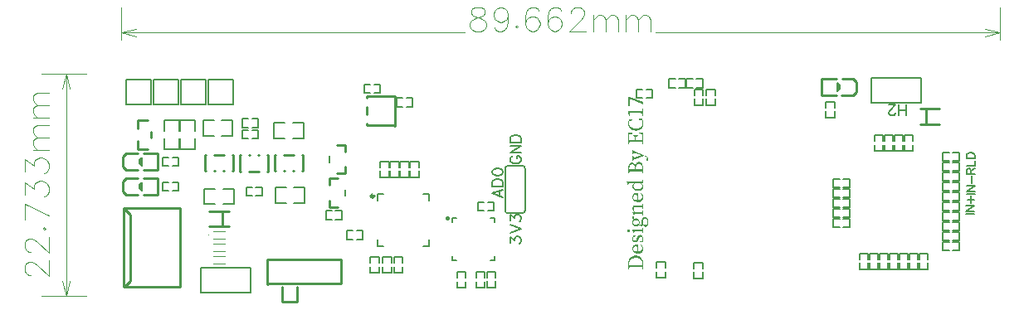
<source format=gto>
G04 Layer: TopSilkscreenLayer*
G04 EasyEDA v6.5.5, 2022-06-25 23:47:44*
G04 621e16e28f884fd4bf2062cce9099d3c,e579ade59e434e5c9d4a708449f7d829,10*
G04 Gerber Generator version 0.2*
G04 Scale: 100 percent, Rotated: No, Reflected: No *
G04 Dimensions in inches *
G04 leading zeros omitted , absolute positions ,3 integer and 6 decimal *
%FSLAX36Y36*%
%MOIN*%

%ADD10C,0.0100*%
%ADD46C,0.0060*%
%ADD47C,0.0080*%
%ADD48C,0.0080*%
%ADD49C,0.0079*%
%ADD50C,0.0059*%
%ADD51C,0.0039*%
%ADD52C,0.0063*%
%ADD53C,0.0118*%
%ADD54C,0.0040*%

%LPD*%
G36*
X284400Y352800D02*
G01*
X284400Y317200D01*
X291200Y317200D01*
X291200Y347900D01*
X342200Y324600D01*
X343000Y325400D01*
X343000Y332100D01*
X288700Y352800D01*
G37*
G36*
X340300Y307800D02*
G01*
X338500Y295400D01*
X324500Y295300D01*
X297000Y295300D01*
X284400Y295600D01*
X283500Y294400D01*
X288200Y276400D01*
X291200Y276400D01*
X290100Y288100D01*
X328020Y288080D01*
X338500Y287900D01*
X340300Y275400D01*
X343000Y275400D01*
X343000Y307800D01*
G37*
G36*
X327200Y265200D02*
G01*
X327200Y260400D01*
X338300Y258200D01*
X339300Y255700D01*
X339940Y253160D01*
X340300Y250660D01*
X340400Y248200D01*
X340300Y245900D01*
X339980Y243660D01*
X339440Y241560D01*
X338680Y239540D01*
X337720Y237659D01*
X336560Y235900D01*
X335180Y234280D01*
X333600Y232780D01*
X331800Y231439D01*
X329820Y230260D01*
X327620Y229240D01*
X325220Y228380D01*
X322600Y227700D01*
X319800Y227200D01*
X316800Y226900D01*
X313600Y226800D01*
X310440Y226920D01*
X307460Y227240D01*
X304660Y227780D01*
X302080Y228500D01*
X299680Y229400D01*
X297480Y230479D01*
X295480Y231720D01*
X293680Y233120D01*
X292080Y234660D01*
X290700Y236320D01*
X289520Y238120D01*
X288540Y240020D01*
X287780Y242020D01*
X287240Y244100D01*
X286900Y246260D01*
X286800Y248500D01*
X286940Y250700D01*
X287340Y252920D01*
X288020Y255159D01*
X289000Y257399D01*
X300200Y259600D01*
X300200Y264400D01*
X287300Y264200D01*
X286160Y262060D01*
X285240Y259920D01*
X284480Y257760D01*
X283920Y255640D01*
X283500Y253520D01*
X283200Y251460D01*
X283040Y249460D01*
X283000Y247500D01*
X283100Y244980D01*
X283380Y242520D01*
X283840Y240140D01*
X284460Y237860D01*
X285260Y235660D01*
X286220Y233560D01*
X287340Y231560D01*
X288620Y229660D01*
X290040Y227900D01*
X291580Y226240D01*
X293280Y224720D01*
X295100Y223340D01*
X297040Y222100D01*
X299100Y221000D01*
X301260Y220040D01*
X303540Y219259D01*
X305920Y218640D01*
X308400Y218180D01*
X310960Y217900D01*
X313600Y217800D01*
X316300Y217900D01*
X318900Y218160D01*
X321420Y218600D01*
X323820Y219200D01*
X326120Y219960D01*
X328300Y220880D01*
X330360Y221940D01*
X332320Y223160D01*
X334120Y224520D01*
X335820Y226020D01*
X337360Y227640D01*
X338760Y229400D01*
X340020Y231280D01*
X341120Y233280D01*
X342080Y235400D01*
X342860Y237620D01*
X343480Y239940D01*
X343940Y242380D01*
X344200Y244899D01*
X344300Y247500D01*
X344240Y249840D01*
X344060Y252140D01*
X343740Y254380D01*
X343280Y256600D01*
X342680Y258760D01*
X341940Y260880D01*
X341040Y262960D01*
X340000Y265000D01*
G37*
G36*
X327400Y210200D02*
G01*
X327400Y205900D01*
X339200Y203600D01*
X339200Y181100D01*
X314900Y181000D01*
X314900Y194200D01*
X323400Y195400D01*
X323400Y199000D01*
X302800Y199000D01*
X302800Y195400D01*
X311400Y194200D01*
X311400Y181000D01*
X288200Y181100D01*
X288200Y201900D01*
X299800Y204200D01*
X299800Y208600D01*
X284400Y208100D01*
X284400Y164600D01*
X287400Y164600D01*
X288300Y172800D01*
X296980Y172960D01*
X324640Y173000D01*
X339099Y172800D01*
X340000Y164600D01*
X343000Y164600D01*
X343000Y209800D01*
G37*
G36*
X301500Y140300D02*
G01*
X301500Y123400D01*
X304200Y123400D01*
X305100Y131300D01*
X336200Y120200D01*
X305000Y108699D01*
X304200Y116300D01*
X301500Y116300D01*
X301500Y95500D01*
X304200Y95500D01*
X304800Y100500D01*
X345600Y116800D01*
X348459Y115620D01*
X352160Y113859D01*
X353880Y112860D01*
X355500Y111780D01*
X357000Y110600D01*
X358360Y109300D01*
X359600Y107899D01*
X358900Y107300D01*
X357520Y105680D01*
X356520Y104179D01*
X355900Y102640D01*
X355700Y100900D01*
X355920Y99000D01*
X356560Y97320D01*
X357680Y96020D01*
X359300Y95300D01*
X361560Y95940D01*
X363280Y97660D01*
X364400Y100160D01*
X364799Y103100D01*
X364680Y104680D01*
X364300Y106240D01*
X363640Y107760D01*
X362720Y109240D01*
X361500Y110719D01*
X359980Y112160D01*
X358140Y113600D01*
X355980Y115040D01*
X353500Y116460D01*
X350660Y117860D01*
X347460Y119280D01*
X343900Y120700D01*
X305000Y135400D01*
X304200Y140300D01*
G37*
G36*
X327000Y92400D02*
G01*
X325240Y92300D01*
X323519Y91980D01*
X321900Y91440D01*
X320379Y90660D01*
X318940Y89660D01*
X317600Y88420D01*
X316380Y86920D01*
X315300Y85180D01*
X314340Y83160D01*
X313540Y80900D01*
X312880Y78340D01*
X312400Y75500D01*
X311480Y78940D01*
X310260Y81860D01*
X308760Y84260D01*
X307040Y86160D01*
X305120Y87620D01*
X303040Y88620D01*
X300860Y89220D01*
X298600Y89400D01*
X296580Y89260D01*
X294660Y88859D01*
X292880Y88180D01*
X291220Y87240D01*
X289720Y86020D01*
X288380Y84540D01*
X287220Y82800D01*
X286240Y80820D01*
X285460Y78560D01*
X284880Y76060D01*
X284520Y73300D01*
X284400Y70300D01*
X284400Y61800D01*
X287800Y61800D01*
X287800Y67900D01*
X287960Y71140D01*
X288440Y73920D01*
X289260Y76280D01*
X290420Y78200D01*
X291960Y79700D01*
X293880Y80760D01*
X296180Y81400D01*
X298900Y81600D01*
X301760Y81380D01*
X304220Y80700D01*
X306260Y79520D01*
X307920Y77880D01*
X309200Y75740D01*
X310100Y73080D01*
X310620Y69920D01*
X310800Y66200D01*
X310800Y61600D01*
X314400Y61600D01*
X314400Y66600D01*
X314480Y69520D01*
X314760Y72140D01*
X315200Y74480D01*
X315820Y76560D01*
X316620Y78380D01*
X317600Y79940D01*
X318740Y81240D01*
X320080Y82280D01*
X321580Y83080D01*
X323240Y83660D01*
X325080Y84000D01*
X327100Y84100D01*
X329020Y84000D01*
X330800Y83640D01*
X332420Y83059D01*
X333880Y82240D01*
X335160Y81199D01*
X336300Y79940D01*
X337260Y78440D01*
X338060Y76700D01*
X338680Y74740D01*
X339140Y72560D01*
X339400Y70140D01*
X339500Y67500D01*
X339500Y61800D01*
X329500Y61640D01*
X305020Y61620D01*
X284400Y61800D01*
X284400Y45300D01*
X287400Y45300D01*
X288300Y53400D01*
X296940Y53560D01*
X330319Y53560D01*
X339099Y53400D01*
X340000Y45300D01*
X343000Y45300D01*
X343000Y69200D01*
X342900Y72220D01*
X342640Y75000D01*
X342200Y77540D01*
X341620Y79880D01*
X340900Y81980D01*
X340040Y83880D01*
X339080Y85580D01*
X338000Y87060D01*
X336840Y88360D01*
X335580Y89460D01*
X334260Y90380D01*
X332879Y91140D01*
X331440Y91700D01*
X329980Y92100D01*
X328500Y92320D01*
G37*
G36*
X340300Y19400D02*
G01*
X339500Y12200D01*
X291300Y12200D01*
X278800Y12500D01*
X278200Y11399D01*
X281900Y-2200D01*
X284500Y-2200D01*
X285200Y5200D01*
X306000Y5200D01*
X303260Y2420D01*
X301500Y-400D01*
X300580Y-3280D01*
X300429Y-4900D01*
X304700Y-4900D01*
X304920Y-2620D01*
X305680Y-280D01*
X307100Y2240D01*
X309300Y5000D01*
X334700Y5000D01*
X337020Y2600D01*
X338540Y240D01*
X339360Y-2240D01*
X339600Y-5000D01*
X339500Y-6720D01*
X339159Y-8380D01*
X338620Y-9920D01*
X337819Y-11359D01*
X336800Y-12680D01*
X335540Y-13859D01*
X334020Y-14880D01*
X332239Y-15760D01*
X330200Y-16460D01*
X327879Y-16960D01*
X325280Y-17280D01*
X322400Y-17400D01*
X319400Y-17280D01*
X316720Y-16940D01*
X314320Y-16379D01*
X312220Y-15640D01*
X310380Y-14720D01*
X308820Y-13660D01*
X307520Y-12440D01*
X306480Y-11120D01*
X305700Y-9680D01*
X305140Y-8139D01*
X304800Y-6540D01*
X304700Y-4900D01*
X300429Y-4900D01*
X300300Y-6300D01*
X300400Y-8280D01*
X300700Y-10200D01*
X301200Y-12020D01*
X301880Y-13779D01*
X302740Y-15420D01*
X303760Y-16960D01*
X304980Y-18380D01*
X306360Y-19700D01*
X307880Y-20880D01*
X309560Y-21920D01*
X311400Y-22839D01*
X313380Y-23580D01*
X315500Y-24200D01*
X317740Y-24640D01*
X320100Y-24900D01*
X322600Y-25000D01*
X325720Y-24840D01*
X328640Y-24400D01*
X331360Y-23700D01*
X333860Y-22719D01*
X336140Y-21500D01*
X338140Y-20040D01*
X339900Y-18360D01*
X341380Y-16460D01*
X342540Y-14360D01*
X343400Y-12080D01*
X343920Y-9620D01*
X344099Y-7000D01*
X343680Y-3280D01*
X342460Y-20D01*
X340520Y2819D01*
X337900Y5300D01*
X343900Y5800D01*
X343000Y19400D01*
G37*
G36*
X317000Y-33000D02*
G01*
X314500Y-33140D01*
X312180Y-33560D01*
X310040Y-34240D01*
X308100Y-35160D01*
X306340Y-36300D01*
X304780Y-37660D01*
X303460Y-39220D01*
X302340Y-40960D01*
X301460Y-42859D01*
X300820Y-44920D01*
X300440Y-47100D01*
X300320Y-49800D01*
X303600Y-49800D01*
X303820Y-47779D01*
X304440Y-45940D01*
X305400Y-44300D01*
X306680Y-42900D01*
X308200Y-41760D01*
X309920Y-40900D01*
X311820Y-40380D01*
X313800Y-40199D01*
X315780Y-40380D01*
X317340Y-41080D01*
X318340Y-42520D01*
X318700Y-44900D01*
X318500Y-61800D01*
X314880Y-61240D01*
X311780Y-60300D01*
X309220Y-59020D01*
X307140Y-57480D01*
X305580Y-55720D01*
X304460Y-53820D01*
X303820Y-51820D01*
X303600Y-49800D01*
X300320Y-49800D01*
X300400Y-51400D01*
X300700Y-53360D01*
X301200Y-55260D01*
X301880Y-57080D01*
X302720Y-58840D01*
X303760Y-60500D01*
X304960Y-62060D01*
X306340Y-63500D01*
X307860Y-64800D01*
X309540Y-65980D01*
X311360Y-67000D01*
X313340Y-67880D01*
X315440Y-68560D01*
X317680Y-69080D01*
X320020Y-69380D01*
X322500Y-69500D01*
X325000Y-69400D01*
X327360Y-69120D01*
X329580Y-68680D01*
X331659Y-68060D01*
X333579Y-67280D01*
X335360Y-66340D01*
X336980Y-65260D01*
X338440Y-64040D01*
X339739Y-62660D01*
X340880Y-61160D01*
X341840Y-59540D01*
X342660Y-57800D01*
X343280Y-55960D01*
X343740Y-54000D01*
X344000Y-51940D01*
X344099Y-49800D01*
X343920Y-46980D01*
X343400Y-44360D01*
X342580Y-41960D01*
X341420Y-39760D01*
X339980Y-37800D01*
X338280Y-36040D01*
X336300Y-34500D01*
X334099Y-33200D01*
X332900Y-35000D01*
X335480Y-37400D01*
X337480Y-40140D01*
X338760Y-43360D01*
X339200Y-47300D01*
X339080Y-49360D01*
X338720Y-51320D01*
X338120Y-53140D01*
X337260Y-54800D01*
X336180Y-56340D01*
X334860Y-57699D01*
X333280Y-58880D01*
X331460Y-59880D01*
X329420Y-60679D01*
X327120Y-61280D01*
X324580Y-61640D01*
X321800Y-61800D01*
X321900Y-33700D01*
X319740Y-33200D01*
X318440Y-33040D01*
G37*
G36*
X340300Y-76100D02*
G01*
X339300Y-82200D01*
X324600Y-82400D01*
X316200Y-82400D01*
X312280Y-82579D01*
X308940Y-83100D01*
X306200Y-83980D01*
X304020Y-85220D01*
X302360Y-86800D01*
X301200Y-88720D01*
X300520Y-90980D01*
X300300Y-93600D01*
X300440Y-95640D01*
X300860Y-97700D01*
X301540Y-99780D01*
X302480Y-101840D01*
X303640Y-103840D01*
X305020Y-105780D01*
X306620Y-107640D01*
X308400Y-109400D01*
X301200Y-110100D01*
X300400Y-111300D01*
X305200Y-123600D01*
X307800Y-123600D01*
X308500Y-116600D01*
X320000Y-116400D01*
X339300Y-116600D01*
X340300Y-123000D01*
X343000Y-123000D01*
X343000Y-102899D01*
X340300Y-102899D01*
X339300Y-109000D01*
X311600Y-109100D01*
X308960Y-105840D01*
X307160Y-102760D01*
X306120Y-99820D01*
X305800Y-96900D01*
X305940Y-95120D01*
X306340Y-93600D01*
X307080Y-92340D01*
X308140Y-91340D01*
X309580Y-90559D01*
X311420Y-90020D01*
X313680Y-89700D01*
X316400Y-89600D01*
X328040Y-89620D01*
X339300Y-89800D01*
X340300Y-96199D01*
X343000Y-96199D01*
X343000Y-76100D01*
G37*
G36*
X301200Y-128600D02*
G01*
X300400Y-129800D01*
X303700Y-139800D01*
X302200Y-142080D01*
X301140Y-144700D01*
X300500Y-147660D01*
X300306Y-150800D01*
X303300Y-150800D01*
X303520Y-148840D01*
X304120Y-147120D01*
X305100Y-145620D01*
X306420Y-144380D01*
X308040Y-143400D01*
X309920Y-142680D01*
X312060Y-142240D01*
X314400Y-142100D01*
X316860Y-142240D01*
X319100Y-142700D01*
X321100Y-143440D01*
X322800Y-144460D01*
X324200Y-145740D01*
X325220Y-147280D01*
X325880Y-149060D01*
X326100Y-151100D01*
X325900Y-153040D01*
X325280Y-154780D01*
X324320Y-156260D01*
X322980Y-157500D01*
X321340Y-158500D01*
X319400Y-159200D01*
X317180Y-159640D01*
X314700Y-159800D01*
X312280Y-159640D01*
X310100Y-159180D01*
X308140Y-158420D01*
X306480Y-157400D01*
X305140Y-156100D01*
X304140Y-154560D01*
X303520Y-152780D01*
X303300Y-150800D01*
X300306Y-150800D01*
X300400Y-153140D01*
X300720Y-155260D01*
X301260Y-157240D01*
X301980Y-159080D01*
X302920Y-160740D01*
X304040Y-162240D01*
X305360Y-163540D01*
X306840Y-164640D01*
X308520Y-165520D01*
X310380Y-166160D01*
X312400Y-166560D01*
X314600Y-166700D01*
X316740Y-166580D01*
X318700Y-166240D01*
X320500Y-165680D01*
X322160Y-164920D01*
X323620Y-163960D01*
X324920Y-162820D01*
X326040Y-161480D01*
X327000Y-160000D01*
X329860Y-162780D01*
X332340Y-164640D01*
X334580Y-165680D01*
X336700Y-166000D01*
X339040Y-165600D01*
X340959Y-164500D01*
X342460Y-162700D01*
X343500Y-160300D01*
X345700Y-164240D01*
X348020Y-166860D01*
X350480Y-168340D01*
X353200Y-168800D01*
X354739Y-168680D01*
X356180Y-168320D01*
X357540Y-167740D01*
X358800Y-166900D01*
X359940Y-165799D01*
X360959Y-164460D01*
X361860Y-162840D01*
X362600Y-160960D01*
X363200Y-158800D01*
X363640Y-156360D01*
X363900Y-153620D01*
X364000Y-150600D01*
X363840Y-147140D01*
X363400Y-144000D01*
X362700Y-141140D01*
X361780Y-138600D01*
X360620Y-136340D01*
X359300Y-134400D01*
X357819Y-132740D01*
X356200Y-131400D01*
X354460Y-130340D01*
X352660Y-129600D01*
X350800Y-129140D01*
X348900Y-129000D01*
X346440Y-129200D01*
X344260Y-129840D01*
X342360Y-130900D01*
X340760Y-132400D01*
X339500Y-134340D01*
X338560Y-136760D01*
X338000Y-139640D01*
X337800Y-143000D01*
X337800Y-154600D01*
X337520Y-157320D01*
X337017Y-158400D01*
X344000Y-158400D01*
X344200Y-154100D01*
X344200Y-144000D01*
X344739Y-140000D01*
X346240Y-137340D01*
X348459Y-135860D01*
X351200Y-135400D01*
X353080Y-135640D01*
X354840Y-136360D01*
X356400Y-137560D01*
X357740Y-139240D01*
X358860Y-141380D01*
X359700Y-144000D01*
X360220Y-147060D01*
X360400Y-150600D01*
X360280Y-153040D01*
X359900Y-155240D01*
X359280Y-157180D01*
X358380Y-158840D01*
X357200Y-160180D01*
X355760Y-161160D01*
X354020Y-161780D01*
X352000Y-162000D01*
X349799Y-161800D01*
X347819Y-161160D01*
X345920Y-160060D01*
X344000Y-158400D01*
X337017Y-158400D01*
X336719Y-159040D01*
X335439Y-159940D01*
X333700Y-160200D01*
X332200Y-160040D01*
X330820Y-159600D01*
X329440Y-158840D01*
X328000Y-157800D01*
X328459Y-156220D01*
X328820Y-154540D01*
X329020Y-152740D01*
X329099Y-150900D01*
X329000Y-148680D01*
X328660Y-146560D01*
X328120Y-144580D01*
X327380Y-142760D01*
X326440Y-141080D01*
X325300Y-139580D01*
X323960Y-138280D01*
X322440Y-137160D01*
X320740Y-136280D01*
X318860Y-135640D01*
X316820Y-135240D01*
X314600Y-135100D01*
X312160Y-135260D01*
X309940Y-135720D01*
X307960Y-136440D01*
X306200Y-137400D01*
X306400Y-128600D01*
G37*
G36*
X340300Y-175000D02*
G01*
X339300Y-181000D01*
X312800Y-181100D01*
X301200Y-181000D01*
X300400Y-182200D01*
X305100Y-195600D01*
X307700Y-195600D01*
X308400Y-188500D01*
X313780Y-188260D01*
X328000Y-188220D01*
X339300Y-188400D01*
X340300Y-195100D01*
X343000Y-195100D01*
X343000Y-175000D01*
G37*
G36*
X284800Y-179200D02*
G01*
X282620Y-179640D01*
X280940Y-180859D01*
X279880Y-182659D01*
X279500Y-184800D01*
X279880Y-187040D01*
X280940Y-188840D01*
X282620Y-190060D01*
X284800Y-190500D01*
X287000Y-190060D01*
X288760Y-188840D01*
X289900Y-187040D01*
X290300Y-184800D01*
X289900Y-182659D01*
X288760Y-180859D01*
X287000Y-179640D01*
G37*
G36*
X331599Y-201600D02*
G01*
X329600Y-201759D01*
X327740Y-202260D01*
X325980Y-203120D01*
X324360Y-204360D01*
X322860Y-206020D01*
X321460Y-208080D01*
X320180Y-210600D01*
X317900Y-216600D01*
X316300Y-220400D01*
X314640Y-222940D01*
X312660Y-224360D01*
X310100Y-224800D01*
X307500Y-224240D01*
X305480Y-222600D01*
X304160Y-219899D01*
X303700Y-216200D01*
X303800Y-214620D01*
X304120Y-213039D01*
X304620Y-211460D01*
X305300Y-209899D01*
X312800Y-208200D01*
X312800Y-204300D01*
X303900Y-204000D01*
X302360Y-206840D01*
X301240Y-209760D01*
X300540Y-212840D01*
X300300Y-216200D01*
X300560Y-219700D01*
X301300Y-222760D01*
X302440Y-225380D01*
X303960Y-227560D01*
X305780Y-229259D01*
X307860Y-230500D01*
X310100Y-231240D01*
X312500Y-231500D01*
X314640Y-231300D01*
X316560Y-230740D01*
X318260Y-229820D01*
X319800Y-228580D01*
X321160Y-227040D01*
X322380Y-225200D01*
X323440Y-223120D01*
X324400Y-220799D01*
X325700Y-216700D01*
X327340Y-213020D01*
X329099Y-210500D01*
X331160Y-209060D01*
X333700Y-208600D01*
X335220Y-208740D01*
X336580Y-209200D01*
X337800Y-209960D01*
X338820Y-211040D01*
X339660Y-212440D01*
X340280Y-214160D01*
X340660Y-216220D01*
X340800Y-218600D01*
X340700Y-220620D01*
X340420Y-222500D01*
X339960Y-224220D01*
X339300Y-225799D01*
X331200Y-227800D01*
X331200Y-231900D01*
X340800Y-231800D01*
X342239Y-228580D01*
X343280Y-225420D01*
X343900Y-222140D01*
X344099Y-218600D01*
X343980Y-215900D01*
X343640Y-213440D01*
X343100Y-211220D01*
X342380Y-209200D01*
X341460Y-207440D01*
X340400Y-205900D01*
X339200Y-204579D01*
X337860Y-203520D01*
X336420Y-202680D01*
X334880Y-202079D01*
X333280Y-201720D01*
G37*
G36*
X317000Y-240300D02*
G01*
X314500Y-240440D01*
X312180Y-240859D01*
X310040Y-241540D01*
X308100Y-242460D01*
X306340Y-243600D01*
X304780Y-244960D01*
X303460Y-246520D01*
X302340Y-248260D01*
X301460Y-250159D01*
X300820Y-252220D01*
X300440Y-254400D01*
X300320Y-257100D01*
X303600Y-257100D01*
X303820Y-255040D01*
X304440Y-253180D01*
X305400Y-251520D01*
X306680Y-250100D01*
X308200Y-248960D01*
X309920Y-248100D01*
X311820Y-247580D01*
X313800Y-247399D01*
X315780Y-247600D01*
X317340Y-248340D01*
X318340Y-249800D01*
X318700Y-252200D01*
X318500Y-269000D01*
X314880Y-268480D01*
X311780Y-267560D01*
X309220Y-266300D01*
X307140Y-264760D01*
X305580Y-263020D01*
X304460Y-261119D01*
X303820Y-259120D01*
X303600Y-257100D01*
X300320Y-257100D01*
X300400Y-258700D01*
X300700Y-260660D01*
X301200Y-262560D01*
X301880Y-264380D01*
X302720Y-266140D01*
X303760Y-267800D01*
X304960Y-269360D01*
X306340Y-270800D01*
X307860Y-272100D01*
X309540Y-273280D01*
X311360Y-274300D01*
X313340Y-275180D01*
X315440Y-275860D01*
X317680Y-276380D01*
X320020Y-276680D01*
X322500Y-276800D01*
X325000Y-276700D01*
X327360Y-276420D01*
X329580Y-275980D01*
X331659Y-275360D01*
X333579Y-274580D01*
X335360Y-273640D01*
X336980Y-272560D01*
X338440Y-271320D01*
X339739Y-269940D01*
X340880Y-268440D01*
X341840Y-266820D01*
X342660Y-265060D01*
X343280Y-263200D01*
X343740Y-261240D01*
X344000Y-259160D01*
X344099Y-257000D01*
X343920Y-254200D01*
X343400Y-251620D01*
X342580Y-249240D01*
X341420Y-247060D01*
X339980Y-245080D01*
X338280Y-243340D01*
X336300Y-241800D01*
X334099Y-240500D01*
X332900Y-242200D01*
X335480Y-244660D01*
X337480Y-247420D01*
X338760Y-250660D01*
X339200Y-254600D01*
X339080Y-256660D01*
X338720Y-258619D01*
X338120Y-260440D01*
X337260Y-262100D01*
X336180Y-263640D01*
X334860Y-265000D01*
X333280Y-266180D01*
X331460Y-267180D01*
X329420Y-267980D01*
X327120Y-268580D01*
X324580Y-268940D01*
X321800Y-269100D01*
X321900Y-241000D01*
X319740Y-240500D01*
X318440Y-240340D01*
G37*
G36*
X313700Y-284900D02*
G01*
X310920Y-284980D01*
X308280Y-285220D01*
X305780Y-285640D01*
X303400Y-286220D01*
X301140Y-286940D01*
X299040Y-287820D01*
X297060Y-288840D01*
X295220Y-290000D01*
X293520Y-291300D01*
X291960Y-292740D01*
X290540Y-294300D01*
X289280Y-295980D01*
X288140Y-297780D01*
X287160Y-299700D01*
X286320Y-301720D01*
X285640Y-303860D01*
X285100Y-306100D01*
X284720Y-308440D01*
X284480Y-310880D01*
X284400Y-313400D01*
X284400Y-322400D01*
X287800Y-322400D01*
X287800Y-314800D01*
X287900Y-312360D01*
X288220Y-310080D01*
X288740Y-307940D01*
X289480Y-305940D01*
X290400Y-304080D01*
X291540Y-302360D01*
X292880Y-300800D01*
X294420Y-299400D01*
X296140Y-298160D01*
X298080Y-297060D01*
X300200Y-296140D01*
X302520Y-295380D01*
X305040Y-294780D01*
X307740Y-294340D01*
X310620Y-294080D01*
X313700Y-294000D01*
X316680Y-294080D01*
X319480Y-294340D01*
X322140Y-294780D01*
X324600Y-295380D01*
X326900Y-296160D01*
X329020Y-297100D01*
X330959Y-298220D01*
X332720Y-299500D01*
X334280Y-300940D01*
X335640Y-302540D01*
X336800Y-304300D01*
X337760Y-306220D01*
X338519Y-308320D01*
X339060Y-310540D01*
X339380Y-312940D01*
X339500Y-315500D01*
X339500Y-322400D01*
X327480Y-322560D01*
X308600Y-322600D01*
X284400Y-322400D01*
X284400Y-338900D01*
X287400Y-338900D01*
X288300Y-330700D01*
X297000Y-330620D01*
X339099Y-330700D01*
X340000Y-338900D01*
X343000Y-338900D01*
X343000Y-315000D01*
X342920Y-312400D01*
X342680Y-309900D01*
X342299Y-307480D01*
X341760Y-305140D01*
X341060Y-302900D01*
X340220Y-300780D01*
X339240Y-298740D01*
X338100Y-296840D01*
X336820Y-295040D01*
X335400Y-293380D01*
X333840Y-291840D01*
X332140Y-290440D01*
X330300Y-289200D01*
X328320Y-288080D01*
X326200Y-287140D01*
X323960Y-286340D01*
X321599Y-285720D01*
X319080Y-285260D01*
X316460Y-284980D01*
G37*
D46*
X-180600Y115705D02*
G01*
X-184700Y113605D01*
X-188800Y109504D01*
X-190799Y105505D01*
X-190799Y97305D01*
X-188800Y93205D01*
X-184700Y89104D01*
X-180600Y87004D01*
X-174399Y85005D01*
X-164200Y85005D01*
X-158100Y87004D01*
X-153999Y89104D01*
X-149899Y93205D01*
X-147899Y97305D01*
X-147899Y105505D01*
X-149899Y109504D01*
X-153999Y113605D01*
X-158100Y115705D01*
X-164200Y115705D01*
X-164200Y105505D02*
G01*
X-164200Y115705D01*
X-190799Y129205D02*
G01*
X-147899Y129205D01*
X-190799Y129205D02*
G01*
X-147899Y157804D01*
X-190799Y157804D02*
G01*
X-147899Y157804D01*
X-190799Y171305D02*
G01*
X-147899Y171305D01*
X-190799Y171305D02*
G01*
X-190799Y185605D01*
X-188800Y191804D01*
X-184700Y195905D01*
X-180600Y197905D01*
X-174399Y200005D01*
X-164200Y200005D01*
X-158100Y197905D01*
X-153999Y195905D01*
X-149899Y191804D01*
X-147899Y185605D01*
X-147899Y171305D01*
X-189499Y-232395D02*
G01*
X-189499Y-209895D01*
X-173100Y-222195D01*
X-173100Y-215994D01*
X-171099Y-211994D01*
X-169099Y-209895D01*
X-162899Y-207894D01*
X-158800Y-207894D01*
X-152700Y-209895D01*
X-148599Y-213994D01*
X-146599Y-220095D01*
X-146599Y-226295D01*
X-148599Y-232395D01*
X-150600Y-234494D01*
X-154700Y-236494D01*
X-189499Y-194394D02*
G01*
X-146599Y-177995D01*
X-189499Y-161594D02*
G01*
X-146599Y-177995D01*
X-189499Y-143994D02*
G01*
X-189499Y-121494D01*
X-173100Y-133795D01*
X-173100Y-127694D01*
X-171099Y-123595D01*
X-169099Y-121494D01*
X-162899Y-119494D01*
X-158800Y-119494D01*
X-152700Y-121494D01*
X-148599Y-125594D01*
X-146599Y-131794D01*
X-146599Y-137894D01*
X-148599Y-143994D01*
X-150600Y-146095D01*
X-154700Y-148094D01*
D54*
X-1974098Y447905D02*
G01*
X-1974098Y-447094D01*
X-1989098Y387905D02*
G01*
X-1974098Y447905D01*
X-1959098Y387905D01*
X-1989098Y-387094D02*
G01*
X-1974098Y-447094D01*
X-1959098Y-387094D01*
X-2117233Y-363733D02*
G01*
X-2121833Y-363733D01*
X-2130933Y-359133D01*
X-2135433Y-354634D01*
X-2140033Y-345533D01*
X-2140033Y-327334D01*
X-2135433Y-318233D01*
X-2130933Y-313733D01*
X-2121833Y-309133D01*
X-2112734Y-309133D01*
X-2103634Y-313733D01*
X-2090033Y-322734D01*
X-2044534Y-368233D01*
X-2044534Y-304634D01*
X-2117233Y-270034D02*
G01*
X-2121833Y-270034D01*
X-2130933Y-265533D01*
X-2135433Y-260933D01*
X-2140033Y-251833D01*
X-2140033Y-233733D01*
X-2135433Y-224634D01*
X-2130933Y-220034D01*
X-2121833Y-215533D01*
X-2112734Y-215533D01*
X-2103634Y-220034D01*
X-2090033Y-229133D01*
X-2044534Y-274634D01*
X-2044534Y-210933D01*
X-2067233Y-176433D02*
G01*
X-2062734Y-180933D01*
X-2058234Y-176433D01*
X-2062734Y-171833D01*
X-2067233Y-176433D01*
X-2140033Y-78233D02*
G01*
X-2044534Y-123733D01*
X-2140033Y-141833D02*
G01*
X-2140033Y-78233D01*
X-2140033Y-39133D02*
G01*
X-2140033Y10866D01*
X-2103634Y-16433D01*
X-2103634Y-2734D01*
X-2099134Y6266D01*
X-2094534Y10866D01*
X-2080933Y15365D01*
X-2071833Y15365D01*
X-2058234Y10866D01*
X-2049134Y1766D01*
X-2044534Y-11833D01*
X-2044534Y-25533D01*
X-2049134Y-39133D01*
X-2053634Y-43733D01*
X-2062734Y-48233D01*
X-2140033Y54466D02*
G01*
X-2140033Y104466D01*
X-2103634Y77265D01*
X-2103634Y90866D01*
X-2099134Y99965D01*
X-2094534Y104466D01*
X-2080933Y109066D01*
X-2071833Y109066D01*
X-2058234Y104466D01*
X-2049134Y95365D01*
X-2044534Y81766D01*
X-2044534Y68166D01*
X-2049134Y54466D01*
X-2053634Y49965D01*
X-2062734Y45365D01*
X-2108234Y139066D02*
G01*
X-2044534Y139066D01*
X-2090033Y139066D02*
G01*
X-2103634Y152665D01*
X-2108234Y161766D01*
X-2108234Y175365D01*
X-2103634Y184466D01*
X-2090033Y189066D01*
X-2044534Y189066D01*
X-2090033Y189066D02*
G01*
X-2103634Y202665D01*
X-2108234Y211766D01*
X-2108234Y225365D01*
X-2103634Y234466D01*
X-2090033Y239066D01*
X-2044534Y239066D01*
X-2108234Y269066D02*
G01*
X-2044534Y269066D01*
X-2090033Y269066D02*
G01*
X-2103634Y282665D01*
X-2108234Y291766D01*
X-2108234Y305365D01*
X-2103634Y314466D01*
X-2090033Y319066D01*
X-2044534Y319066D01*
X-2090033Y319066D02*
G01*
X-2103634Y332665D01*
X-2108234Y341766D01*
X-2108234Y355365D01*
X-2103634Y364466D01*
X-2090033Y369066D01*
X-2044534Y369066D01*
X-1895000Y447905D02*
G01*
X-2074098Y447905D01*
X-1895000Y-447094D02*
G01*
X-2074098Y-447094D01*
X-1755000Y612285D02*
G01*
X-371818Y612285D01*
X391818Y612285D02*
G01*
X1775000Y612285D01*
X-1695000Y597285D02*
G01*
X-1755000Y612285D01*
X-1695000Y627285D01*
X1715000Y597285D02*
G01*
X1775000Y612285D01*
X1715000Y627285D01*
X-329099Y713205D02*
G01*
X-342700Y708605D01*
X-347299Y699605D01*
X-347299Y690505D01*
X-342700Y681404D01*
X-333599Y676804D01*
X-315500Y672305D01*
X-301800Y667705D01*
X-292700Y658605D01*
X-288199Y649605D01*
X-288199Y635905D01*
X-292700Y626804D01*
X-297299Y622305D01*
X-310900Y617705D01*
X-329099Y617705D01*
X-342700Y622305D01*
X-347299Y626804D01*
X-351800Y635905D01*
X-351800Y649605D01*
X-347299Y658605D01*
X-338199Y667705D01*
X-324499Y672305D01*
X-306400Y676804D01*
X-297299Y681404D01*
X-292700Y690505D01*
X-292700Y699605D01*
X-297299Y708605D01*
X-310900Y713205D01*
X-329099Y713205D01*
X-199099Y681404D02*
G01*
X-203599Y667705D01*
X-212700Y658605D01*
X-226400Y654104D01*
X-230900Y654104D01*
X-244499Y658605D01*
X-253599Y667705D01*
X-258199Y681404D01*
X-258199Y685905D01*
X-253599Y699605D01*
X-244499Y708605D01*
X-230900Y713205D01*
X-226400Y713205D01*
X-212700Y708605D01*
X-203599Y699605D01*
X-199099Y681404D01*
X-199099Y658605D01*
X-203599Y635905D01*
X-212700Y622305D01*
X-226400Y617705D01*
X-235500Y617705D01*
X-249099Y622305D01*
X-253599Y631404D01*
X-164499Y640505D02*
G01*
X-169099Y635905D01*
X-164499Y631404D01*
X-160000Y635905D01*
X-164499Y640505D01*
X-75500Y699605D02*
G01*
X-80000Y708605D01*
X-93599Y713205D01*
X-102700Y713205D01*
X-116400Y708605D01*
X-125500Y695005D01*
X-130000Y672305D01*
X-130000Y649605D01*
X-125500Y631404D01*
X-116400Y622305D01*
X-102700Y617705D01*
X-98199Y617705D01*
X-84499Y622305D01*
X-75500Y631404D01*
X-70900Y645005D01*
X-70900Y649605D01*
X-75500Y663205D01*
X-84499Y672305D01*
X-98199Y676804D01*
X-102700Y676804D01*
X-116400Y672305D01*
X-125500Y663205D01*
X-130000Y649605D01*
X13599Y699605D02*
G01*
X9099Y708605D01*
X-4499Y713205D01*
X-13599Y713205D01*
X-27299Y708605D01*
X-36400Y695005D01*
X-40900Y672305D01*
X-40900Y649605D01*
X-36400Y631404D01*
X-27299Y622305D01*
X-13599Y617705D01*
X-9099Y617705D01*
X4499Y622305D01*
X13599Y631404D01*
X18199Y645005D01*
X18199Y649605D01*
X13599Y663205D01*
X4499Y672305D01*
X-9099Y676804D01*
X-13599Y676804D01*
X-27299Y672305D01*
X-36400Y663205D01*
X-40900Y649605D01*
X52700Y690505D02*
G01*
X52700Y695005D01*
X57299Y704104D01*
X61800Y708605D01*
X70900Y713205D01*
X89099Y713205D01*
X98199Y708605D01*
X102700Y704104D01*
X107299Y695005D01*
X107299Y685905D01*
X102700Y676804D01*
X93599Y663205D01*
X48199Y617705D01*
X111800Y617705D01*
X141800Y681404D02*
G01*
X141800Y617705D01*
X141800Y663205D02*
G01*
X155500Y676804D01*
X164499Y681404D01*
X178199Y681404D01*
X187299Y676804D01*
X191800Y663205D01*
X191800Y617705D01*
X191800Y663205D02*
G01*
X205500Y676804D01*
X214499Y681404D01*
X228199Y681404D01*
X237299Y676804D01*
X241800Y663205D01*
X241800Y617705D01*
X271800Y681404D02*
G01*
X271800Y617705D01*
X271800Y663205D02*
G01*
X285500Y676804D01*
X294499Y681404D01*
X308199Y681404D01*
X317299Y676804D01*
X321800Y663205D01*
X321800Y617705D01*
X321800Y663205D02*
G01*
X335500Y676804D01*
X344499Y681404D01*
X358199Y681404D01*
X367299Y676804D01*
X371800Y663205D01*
X371800Y617705D01*
X-1755000Y582905D02*
G01*
X-1755000Y712285D01*
X1775000Y582905D02*
G01*
X1775000Y712285D01*
D46*
X1400200Y278605D02*
G01*
X1400200Y321604D01*
X1371599Y278605D02*
G01*
X1371599Y321604D01*
X1400200Y299104D02*
G01*
X1371599Y299104D01*
X1356099Y288904D02*
G01*
X1356099Y286804D01*
X1353999Y282705D01*
X1351999Y280705D01*
X1347899Y278605D01*
X1339700Y278605D01*
X1335600Y280705D01*
X1333599Y282705D01*
X1331499Y286804D01*
X1331499Y290905D01*
X1333599Y295005D01*
X1337700Y301105D01*
X1358100Y321604D01*
X1329499Y321604D01*
X-263000Y-35194D02*
G01*
X-220100Y-51594D01*
X-263000Y-35194D02*
G01*
X-220100Y-18894D01*
X-234399Y-45495D02*
G01*
X-234399Y-24994D01*
X-263000Y-5394D02*
G01*
X-220100Y-5394D01*
X-263000Y-5394D02*
G01*
X-263000Y8904D01*
X-261000Y15104D01*
X-256899Y19205D01*
X-252799Y21204D01*
X-246599Y23305D01*
X-236400Y23305D01*
X-230299Y21204D01*
X-226199Y19205D01*
X-222100Y15104D01*
X-220100Y8904D01*
X-220100Y-5394D01*
X-263000Y49005D02*
G01*
X-261000Y42905D01*
X-254799Y38805D01*
X-244600Y36804D01*
X-238500Y36804D01*
X-228199Y38805D01*
X-222100Y42905D01*
X-220100Y49005D01*
X-220100Y53105D01*
X-222100Y59304D01*
X-228199Y63405D01*
X-238500Y65405D01*
X-244600Y65405D01*
X-254799Y63405D01*
X-261000Y59304D01*
X-263000Y53105D01*
X-263000Y49005D01*
X1640699Y-116392D02*
G01*
X1674099Y-116392D01*
X1640699Y-105893D02*
G01*
X1674099Y-105893D01*
X1640699Y-105893D02*
G01*
X1674099Y-83593D01*
X1640699Y-83593D02*
G01*
X1674099Y-83593D01*
X1645500Y-58793D02*
G01*
X1674099Y-58793D01*
X1659799Y-73092D02*
G01*
X1659799Y-44492D01*
X1642700Y43607D02*
G01*
X1676099Y43607D01*
X1642700Y43607D02*
G01*
X1642700Y57907D01*
X1644300Y62707D01*
X1645900Y64306D01*
X1648999Y65907D01*
X1652200Y65907D01*
X1655399Y64306D01*
X1656999Y62707D01*
X1658599Y57907D01*
X1658599Y43607D01*
X1658599Y54706D02*
G01*
X1676099Y65907D01*
X1642700Y76406D02*
G01*
X1676099Y76406D01*
X1676099Y76406D02*
G01*
X1676099Y95507D01*
X1642700Y106006D02*
G01*
X1676099Y106006D01*
X1642700Y106006D02*
G01*
X1642700Y117107D01*
X1644300Y121907D01*
X1647500Y125107D01*
X1650600Y126606D01*
X1655399Y128207D01*
X1663400Y128207D01*
X1668100Y126606D01*
X1671300Y125107D01*
X1674499Y121907D01*
X1676099Y117107D01*
X1676099Y106006D01*
X1642700Y-36392D02*
G01*
X1676099Y-36392D01*
X1642700Y-25893D02*
G01*
X1676099Y-25893D01*
X1642700Y-25893D02*
G01*
X1676099Y-3593D01*
X1642700Y-3593D02*
G01*
X1676099Y-3593D01*
X1661800Y6907D02*
G01*
X1661800Y35507D01*
G36*
X-441980Y-125680D02*
G01*
X-443620Y-125920D01*
X-445180Y-126480D01*
X-446599Y-127320D01*
X-447860Y-128420D01*
X-448860Y-129720D01*
X-449600Y-131220D01*
X-450040Y-132820D01*
X-450160Y-134460D01*
X-449960Y-136120D01*
X-449760Y-136920D01*
X-449099Y-138440D01*
X-448160Y-139800D01*
X-446980Y-140960D01*
X-445600Y-141880D01*
X-444060Y-142520D01*
X-442440Y-142840D01*
X-441500Y-142880D01*
X-439860Y-142720D01*
X-438280Y-142240D01*
X-436800Y-141460D01*
X-435520Y-140420D01*
X-434460Y-139140D01*
X-433660Y-137700D01*
X-433140Y-136120D01*
X-432960Y-134460D01*
X-433080Y-132820D01*
X-433519Y-131220D01*
X-434260Y-129720D01*
X-435260Y-128420D01*
X-436500Y-127320D01*
X-437939Y-126480D01*
X-439500Y-125920D01*
X-441140Y-125680D01*
G37*
X472700Y424904D02*
G01*
X447700Y424904D01*
X447700Y390905D01*
X468699Y390905D01*
X472700Y390905D01*
X487700Y390905D02*
G01*
X511700Y390905D01*
X511700Y424904D01*
X490699Y424904D01*
X487700Y424904D01*
X557299Y390905D02*
G01*
X582299Y390905D01*
X582299Y424904D01*
X561300Y424904D01*
X557299Y424904D01*
X542299Y424904D02*
G01*
X518299Y424904D01*
X518299Y390905D01*
X539300Y390905D01*
X542299Y390905D01*
D47*
X1460000Y430905D02*
G01*
X1460000Y330905D01*
X1260000Y330905D01*
X1260000Y430905D01*
X1335000Y430905D01*
D48*
X1460000Y430905D02*
G01*
X1335000Y430905D01*
D10*
X1455630Y307402D02*
G01*
X1534369Y307402D01*
X1455630Y244411D02*
G01*
X1534369Y244411D01*
X1481171Y307402D02*
G01*
X1481171Y244411D01*
D46*
X-737700Y369205D02*
G01*
X-712700Y369205D01*
X-712700Y403205D01*
X-733699Y403205D01*
X-737700Y403205D01*
X-752700Y403205D02*
G01*
X-776700Y403205D01*
X-776700Y369205D01*
X-755699Y369205D01*
X-752700Y369205D01*
X-622299Y348205D02*
G01*
X-647299Y348205D01*
X-647299Y314205D01*
X-626300Y314205D01*
X-622299Y314205D01*
X-607299Y314205D02*
G01*
X-583299Y314205D01*
X-583299Y348205D01*
X-604300Y348205D01*
X-607299Y348205D01*
X548999Y344706D02*
G01*
X548999Y319706D01*
X583000Y319706D01*
X583000Y340707D01*
X583000Y344706D01*
X583000Y359706D02*
G01*
X583000Y383706D01*
X548999Y383706D01*
X548999Y362707D01*
X548999Y359706D01*
X598199Y344807D02*
G01*
X598199Y319807D01*
X632200Y319807D01*
X632200Y340806D01*
X632200Y344807D01*
X632200Y359807D02*
G01*
X632200Y383807D01*
X598199Y383807D01*
X598199Y362807D01*
X598199Y359807D01*
D49*
X-1456099Y185965D02*
G01*
X-1456099Y142654D01*
X-1519099Y142654D01*
X-1519099Y185965D01*
X-1456099Y217454D02*
G01*
X-1456099Y260765D01*
X-1495469Y260765D01*
X-1519099Y260765D01*
X-1519099Y217454D01*
X-1515399Y185965D02*
G01*
X-1515399Y142654D01*
X-1578400Y142654D01*
X-1578400Y185965D01*
X-1515399Y217454D02*
G01*
X-1515399Y260765D01*
X-1554769Y260765D01*
X-1578400Y260765D01*
X-1578400Y217454D01*
D10*
X-1631741Y189544D02*
G01*
X-1631741Y214266D01*
X-1686859Y142849D02*
G01*
X-1686859Y176866D01*
X-1686859Y226943D02*
G01*
X-1686859Y260960D01*
X-1686859Y142849D02*
G01*
X-1647488Y142849D01*
X-1686859Y260960D02*
G01*
X-1647488Y260960D01*
D46*
X-211099Y-43694D02*
G01*
X-211099Y66305D01*
X-131099Y66305D02*
G01*
X-131099Y-43694D01*
X-141099Y76305D02*
G01*
X-201099Y76305D01*
X-131099Y6305D02*
G01*
X-131099Y-103694D01*
X-141099Y-113694D02*
G01*
X-201099Y-113694D01*
X-211099Y-103694D02*
G01*
X-211099Y6305D01*
D47*
X-1403999Y423205D02*
G01*
X-1303999Y423205D01*
X-1303999Y323205D01*
X-1403999Y323205D01*
X-1403999Y398205D01*
D48*
X-1403999Y423205D02*
G01*
X-1403999Y398205D01*
D47*
X-1735000Y422905D02*
G01*
X-1635000Y422905D01*
X-1635000Y322905D01*
X-1735000Y322905D01*
X-1735000Y397905D01*
D48*
X-1735000Y422905D02*
G01*
X-1735000Y397905D01*
D47*
X-1515000Y422905D02*
G01*
X-1415000Y422905D01*
X-1415000Y322905D01*
X-1515000Y322905D01*
X-1515000Y397905D01*
D48*
X-1515000Y422905D02*
G01*
X-1515000Y397905D01*
D47*
X-1625000Y422905D02*
G01*
X-1525000Y422905D01*
X-1525000Y322905D01*
X-1625000Y322905D01*
X-1625000Y397905D01*
D48*
X-1625000Y422905D02*
G01*
X-1625000Y397905D01*
D46*
X1132700Y-95392D02*
G01*
X1107700Y-95392D01*
X1107700Y-129393D01*
X1128699Y-129393D01*
X1132700Y-129393D01*
X1147700Y-129393D02*
G01*
X1171700Y-129393D01*
X1171700Y-95392D01*
X1150699Y-95392D01*
X1147700Y-95392D01*
X1572700Y-70392D02*
G01*
X1547700Y-70392D01*
X1547700Y-104393D01*
X1568699Y-104393D01*
X1572700Y-104393D01*
X1587700Y-104393D02*
G01*
X1611700Y-104393D01*
X1611700Y-70392D01*
X1590699Y-70392D01*
X1587700Y-70392D01*
X1132700Y24607D02*
G01*
X1107700Y24607D01*
X1107700Y-9393D01*
X1128699Y-9393D01*
X1132700Y-9393D01*
X1147700Y-9393D02*
G01*
X1171700Y-9393D01*
X1171700Y24607D01*
X1150699Y24607D01*
X1147700Y24607D01*
X1306999Y174907D02*
G01*
X1306999Y199907D01*
X1273000Y199907D01*
X1273000Y178906D01*
X1273000Y174907D01*
X1273000Y159907D02*
G01*
X1273000Y135907D01*
X1306999Y135907D01*
X1306999Y156907D01*
X1306999Y159907D01*
X1572700Y129607D02*
G01*
X1547700Y129607D01*
X1547700Y95606D01*
X1568699Y95606D01*
X1572700Y95606D01*
X1587700Y95606D02*
G01*
X1611700Y95606D01*
X1611700Y129607D01*
X1590699Y129607D01*
X1587700Y129607D01*
X1587299Y-24393D02*
G01*
X1612299Y-24393D01*
X1612299Y9607D01*
X1591300Y9607D01*
X1587299Y9607D01*
X1572299Y9607D02*
G01*
X1548299Y9607D01*
X1548299Y-24393D01*
X1569300Y-24393D01*
X1572299Y-24393D01*
X1413000Y-314692D02*
G01*
X1413000Y-339692D01*
X1446999Y-339692D01*
X1446999Y-318692D01*
X1446999Y-314692D01*
X1446999Y-299692D02*
G01*
X1446999Y-275693D01*
X1413000Y-275693D01*
X1413000Y-296693D01*
X1413000Y-299692D01*
X1213000Y-314692D02*
G01*
X1213000Y-339692D01*
X1246999Y-339692D01*
X1246999Y-318692D01*
X1246999Y-314692D01*
X1246999Y-299692D02*
G01*
X1246999Y-275693D01*
X1213000Y-275693D01*
X1213000Y-296693D01*
X1213000Y-299692D01*
X1587299Y-184393D02*
G01*
X1612299Y-184393D01*
X1612299Y-150392D01*
X1591300Y-150392D01*
X1587299Y-150392D01*
X1572299Y-150392D02*
G01*
X1548299Y-150392D01*
X1548299Y-184393D01*
X1569300Y-184393D01*
X1572299Y-184393D01*
X1253000Y-314692D02*
G01*
X1253000Y-339692D01*
X1286999Y-339692D01*
X1286999Y-318692D01*
X1286999Y-314692D01*
X1286999Y-299692D02*
G01*
X1286999Y-275693D01*
X1253000Y-275693D01*
X1253000Y-296693D01*
X1253000Y-299692D01*
X1293000Y-314692D02*
G01*
X1293000Y-339692D01*
X1326999Y-339692D01*
X1326999Y-318692D01*
X1326999Y-314692D01*
X1326999Y-299692D02*
G01*
X1326999Y-275693D01*
X1293000Y-275693D01*
X1293000Y-296693D01*
X1293000Y-299692D01*
X1333000Y-314692D02*
G01*
X1333000Y-339692D01*
X1366999Y-339692D01*
X1366999Y-318692D01*
X1366999Y-314692D01*
X1366999Y-299692D02*
G01*
X1366999Y-275693D01*
X1333000Y-275693D01*
X1333000Y-296693D01*
X1333000Y-299692D01*
X1373000Y-314692D02*
G01*
X1373000Y-339692D01*
X1406999Y-339692D01*
X1406999Y-318692D01*
X1406999Y-314692D01*
X1406999Y-299692D02*
G01*
X1406999Y-275693D01*
X1373000Y-275693D01*
X1373000Y-296693D01*
X1373000Y-299692D01*
X1453000Y-314692D02*
G01*
X1453000Y-339692D01*
X1486999Y-339692D01*
X1486999Y-318692D01*
X1486999Y-314692D01*
X1486999Y-299692D02*
G01*
X1486999Y-275693D01*
X1453000Y-275693D01*
X1453000Y-296693D01*
X1453000Y-299692D01*
X1587299Y-64393D02*
G01*
X1612299Y-64393D01*
X1612299Y-30392D01*
X1591300Y-30392D01*
X1587299Y-30392D01*
X1572299Y-30392D02*
G01*
X1548299Y-30392D01*
X1548299Y-64393D01*
X1569300Y-64393D01*
X1572299Y-64393D01*
X1587299Y-264393D02*
G01*
X1612299Y-264393D01*
X1612299Y-230392D01*
X1591300Y-230392D01*
X1587299Y-230392D01*
X1572299Y-230392D02*
G01*
X1548299Y-230392D01*
X1548299Y-264393D01*
X1569300Y-264393D01*
X1572299Y-264393D01*
X1572700Y49607D02*
G01*
X1547700Y49607D01*
X1547700Y15606D01*
X1568699Y15606D01*
X1572700Y15606D01*
X1587700Y15606D02*
G01*
X1611700Y15606D01*
X1611700Y49607D01*
X1590699Y49607D01*
X1587700Y49607D01*
X1587299Y55606D02*
G01*
X1612299Y55606D01*
X1612299Y89607D01*
X1591300Y89607D01*
X1587299Y89607D01*
X1572299Y89607D02*
G01*
X1548299Y89607D01*
X1548299Y55606D01*
X1569300Y55606D01*
X1572299Y55606D01*
X1572700Y-190392D02*
G01*
X1547700Y-190392D01*
X1547700Y-224393D01*
X1568699Y-224393D01*
X1572700Y-224393D01*
X1587700Y-224393D02*
G01*
X1611700Y-224393D01*
X1611700Y-190392D01*
X1590699Y-190392D01*
X1587700Y-190392D01*
X1132700Y-135392D02*
G01*
X1107700Y-135392D01*
X1107700Y-169393D01*
X1128699Y-169393D01*
X1132700Y-169393D01*
X1147700Y-169393D02*
G01*
X1171700Y-169393D01*
X1171700Y-135392D01*
X1150699Y-135392D01*
X1147700Y-135392D01*
X1587299Y-144393D02*
G01*
X1612299Y-144393D01*
X1612299Y-110392D01*
X1591300Y-110392D01*
X1587299Y-110392D01*
X1572299Y-110392D02*
G01*
X1548299Y-110392D01*
X1548299Y-144393D01*
X1569300Y-144393D01*
X1572299Y-144393D01*
X1132700Y-15392D02*
G01*
X1107700Y-15392D01*
X1107700Y-49393D01*
X1128699Y-49393D01*
X1132700Y-49393D01*
X1147700Y-49393D02*
G01*
X1171700Y-49393D01*
X1171700Y-15392D01*
X1150699Y-15392D01*
X1147700Y-15392D01*
X1132700Y-55392D02*
G01*
X1107700Y-55392D01*
X1107700Y-89393D01*
X1128699Y-89393D01*
X1132700Y-89393D01*
X1147700Y-89393D02*
G01*
X1171700Y-89393D01*
X1171700Y-55392D01*
X1150699Y-55392D01*
X1147700Y-55392D01*
X1313000Y160307D02*
G01*
X1313000Y135307D01*
X1346999Y135307D01*
X1346999Y156307D01*
X1346999Y160307D01*
X1346999Y175307D02*
G01*
X1346999Y199306D01*
X1313000Y199306D01*
X1313000Y178306D01*
X1313000Y175307D01*
X1426999Y174907D02*
G01*
X1426999Y199907D01*
X1393000Y199907D01*
X1393000Y178906D01*
X1393000Y174907D01*
X1393000Y159907D02*
G01*
X1393000Y135907D01*
X1426999Y135907D01*
X1426999Y156907D01*
X1426999Y159907D01*
X1353000Y160307D02*
G01*
X1353000Y135307D01*
X1386999Y135307D01*
X1386999Y156307D01*
X1386999Y160307D01*
X1386999Y175307D02*
G01*
X1386999Y199306D01*
X1353000Y199306D01*
X1353000Y178306D01*
X1353000Y175307D01*
X1078000Y295307D02*
G01*
X1078000Y270307D01*
X1111999Y270307D01*
X1111999Y291307D01*
X1111999Y295307D01*
X1111999Y310307D02*
G01*
X1111999Y334306D01*
X1078000Y334306D01*
X1078000Y313306D01*
X1078000Y310307D01*
D10*
X1060500Y358607D02*
G01*
X1118500Y358607D01*
X1060500Y426606D02*
G01*
X1118500Y426606D01*
X1060500Y426606D02*
G01*
X1060500Y358607D01*
X1141499Y358607D02*
G01*
X1187500Y358607D01*
X1142500Y426606D02*
G01*
X1187500Y426606D01*
X1187500Y426606D02*
G01*
X1201499Y412607D01*
X1201499Y372607D01*
X1187500Y358607D01*
D50*
X1124499Y407607D02*
G01*
X1124499Y376606D01*
X1134499Y386606D01*
X1134499Y400607D01*
X1124499Y410607D01*
X1124499Y401606D01*
X1129499Y383607D02*
G01*
X1129499Y403607D01*
D10*
X-1605500Y126905D02*
G01*
X-1663500Y126905D01*
X-1605500Y58904D02*
G01*
X-1663500Y58904D01*
X-1605500Y58904D02*
G01*
X-1605500Y126905D01*
X-1686499Y126905D02*
G01*
X-1732500Y126905D01*
X-1687500Y58904D02*
G01*
X-1732500Y58904D01*
X-1732500Y58904D02*
G01*
X-1746499Y72905D01*
X-1746499Y112905D01*
X-1732500Y126905D01*
D50*
X-1669499Y77905D02*
G01*
X-1669499Y108904D01*
X-1679499Y98904D01*
X-1679499Y84904D01*
X-1669499Y74904D01*
X-1669499Y83904D01*
X-1674499Y101905D02*
G01*
X-1674499Y81905D01*
D46*
X398000Y-349692D02*
G01*
X398000Y-374692D01*
X431999Y-374692D01*
X431999Y-353692D01*
X431999Y-349692D01*
X431999Y-334692D02*
G01*
X431999Y-310693D01*
X398000Y-310693D01*
X398000Y-331693D01*
X398000Y-334692D01*
X548000Y-351392D02*
G01*
X548000Y-376392D01*
X581999Y-376392D01*
X581999Y-355392D01*
X581999Y-351392D01*
X581999Y-336392D02*
G01*
X581999Y-312392D01*
X548000Y-312392D01*
X548000Y-333393D01*
X548000Y-336392D01*
X-1547700Y75905D02*
G01*
X-1522700Y75905D01*
X-1522700Y109904D01*
X-1543699Y109904D01*
X-1547700Y109904D01*
X-1562700Y109904D02*
G01*
X-1586700Y109904D01*
X-1586700Y75905D01*
X-1565699Y75905D01*
X-1562700Y75905D01*
X-1212700Y-44094D02*
G01*
X-1187700Y-44094D01*
X-1187700Y-10095D01*
X-1208699Y-10095D01*
X-1212700Y-10095D01*
X-1227700Y-10095D02*
G01*
X-1251700Y-10095D01*
X-1251700Y-44094D01*
X-1230699Y-44094D01*
X-1227700Y-44094D01*
X-751999Y-329394D02*
G01*
X-751999Y-354394D01*
X-718000Y-354394D01*
X-718000Y-333395D01*
X-718000Y-329394D01*
X-718000Y-314394D02*
G01*
X-718000Y-290394D01*
X-751999Y-290394D01*
X-751999Y-311394D01*
X-751999Y-314394D01*
X-701999Y-329394D02*
G01*
X-701999Y-354394D01*
X-668000Y-354394D01*
X-668000Y-333395D01*
X-668000Y-329394D01*
X-668000Y-314394D02*
G01*
X-668000Y-290394D01*
X-701999Y-290394D01*
X-701999Y-311394D01*
X-701999Y-314394D01*
X-656999Y-329394D02*
G01*
X-656999Y-354394D01*
X-623000Y-354394D01*
X-623000Y-333395D01*
X-623000Y-329394D01*
X-623000Y-314394D02*
G01*
X-623000Y-290394D01*
X-656999Y-290394D01*
X-656999Y-311394D01*
X-656999Y-314394D01*
X-671999Y55605D02*
G01*
X-671999Y30605D01*
X-638000Y30605D01*
X-638000Y51604D01*
X-638000Y55605D01*
X-638000Y70605D02*
G01*
X-638000Y94605D01*
X-671999Y94605D01*
X-671999Y73605D01*
X-671999Y70605D01*
X-631999Y55605D02*
G01*
X-631999Y30605D01*
X-598000Y30605D01*
X-598000Y51604D01*
X-598000Y55605D01*
X-598000Y70605D02*
G01*
X-598000Y94605D01*
X-631999Y94605D01*
X-631999Y73605D01*
X-631999Y70605D01*
X-591999Y55605D02*
G01*
X-591999Y30605D01*
X-558000Y30605D01*
X-558000Y51604D01*
X-558000Y55605D01*
X-558000Y70605D02*
G01*
X-558000Y94605D01*
X-591999Y94605D01*
X-591999Y73605D01*
X-591999Y70605D01*
X-711999Y55605D02*
G01*
X-711999Y30605D01*
X-678000Y30605D01*
X-678000Y51604D01*
X-678000Y55605D01*
X-678000Y70605D02*
G01*
X-678000Y94605D01*
X-711999Y94605D01*
X-711999Y73605D01*
X-711999Y70605D01*
X-892700Y-139094D02*
G01*
X-867700Y-139094D01*
X-867700Y-105095D01*
X-888699Y-105095D01*
X-892700Y-105095D01*
X-907700Y-105095D02*
G01*
X-931700Y-105095D01*
X-931700Y-139094D01*
X-910699Y-139094D01*
X-907700Y-139094D01*
X-1547700Y-24094D02*
G01*
X-1522700Y-24094D01*
X-1522700Y9904D01*
X-1543699Y9904D01*
X-1547700Y9904D01*
X-1562700Y9904D02*
G01*
X-1586700Y9904D01*
X-1586700Y-24094D01*
X-1565699Y-24094D01*
X-1562700Y-24094D01*
X-1227700Y230905D02*
G01*
X-1202700Y230905D01*
X-1202700Y264904D01*
X-1223699Y264904D01*
X-1227700Y264904D01*
X-1242700Y264904D02*
G01*
X-1266700Y264904D01*
X-1266700Y230905D01*
X-1245699Y230905D01*
X-1242700Y230905D01*
X-283000Y-388595D02*
G01*
X-283000Y-413595D01*
X-248999Y-413595D01*
X-248999Y-392595D01*
X-248999Y-388595D01*
X-248999Y-373595D02*
G01*
X-248999Y-349594D01*
X-283000Y-349594D01*
X-283000Y-370594D01*
X-283000Y-373595D01*
D47*
X-1435000Y-432094D02*
G01*
X-1435000Y-332094D01*
X-1235000Y-332094D01*
X-1235000Y-432094D01*
X-1310000Y-432094D01*
D48*
X-1435000Y-432094D02*
G01*
X-1310000Y-432094D01*
D10*
X-1271999Y54205D02*
G01*
X-1276000Y54205D01*
X-1276000Y118205D01*
X-1271999Y118205D01*
X-1168000Y118205D02*
G01*
X-1163999Y118205D01*
X-1163999Y54205D01*
X-1168000Y54205D01*
X-1198999Y54205D02*
G01*
X-1241000Y54205D01*
X-1203000Y118205D02*
G01*
X-1198999Y118205D01*
X-1241000Y118205D02*
G01*
X-1236999Y118205D01*
X-1517439Y-409574D02*
G01*
X-1743419Y-409574D01*
X-1517039Y-409574D02*
G01*
X-1517039Y-94614D01*
X-1517039Y-94614D02*
G01*
X-1743019Y-94614D01*
X-1743810Y-409574D02*
G01*
X-1743810Y-94614D01*
X-1715860Y-385554D02*
G01*
X-1715860Y-119025D01*
X-1743810Y-408784D02*
G01*
X-1739089Y-408784D01*
X-1715860Y-385554D01*
X-1743019Y-95794D02*
G01*
X-1739089Y-95794D01*
X-1715860Y-119025D01*
D46*
X-807700Y-219094D02*
G01*
X-782700Y-219094D01*
X-782700Y-185095D01*
X-803699Y-185095D01*
X-807700Y-185095D01*
X-822700Y-185095D02*
G01*
X-846700Y-185095D01*
X-846700Y-219094D01*
X-825699Y-219094D01*
X-822700Y-219094D01*
X-1242299Y219904D02*
G01*
X-1267299Y219904D01*
X-1267299Y185905D01*
X-1246300Y185905D01*
X-1242299Y185905D01*
X-1227299Y185905D02*
G01*
X-1203299Y185905D01*
X-1203299Y219904D01*
X-1224300Y219904D01*
X-1227299Y219904D01*
X340799Y384607D02*
G01*
X315799Y384607D01*
X315799Y350607D01*
X336800Y350607D01*
X340799Y350607D01*
X355799Y350607D02*
G01*
X379799Y350607D01*
X379799Y384607D01*
X358800Y384607D01*
X355799Y384607D01*
X-295808Y-71282D02*
G01*
X-320808Y-71282D01*
X-320808Y-105281D01*
X-299808Y-105281D01*
X-295808Y-105281D01*
X-280808Y-105281D02*
G01*
X-256809Y-105281D01*
X-256809Y-71282D01*
X-277808Y-71282D01*
X-280808Y-71282D01*
X-368500Y-373994D02*
G01*
X-368500Y-348994D01*
X-402500Y-348994D01*
X-402500Y-369994D01*
X-402500Y-373994D01*
X-402500Y-388994D02*
G01*
X-402500Y-412995D01*
X-368500Y-412995D01*
X-368500Y-391994D01*
X-368500Y-388994D01*
X-291999Y-374494D02*
G01*
X-291999Y-349494D01*
X-326000Y-349494D01*
X-326000Y-370495D01*
X-326000Y-374494D01*
X-326000Y-389494D02*
G01*
X-326000Y-413494D01*
X-291999Y-413494D01*
X-291999Y-392494D01*
X-291999Y-389494D01*
D49*
X-1095739Y186404D02*
G01*
X-1139049Y186404D01*
X-1139049Y249405D01*
X-1095739Y249405D01*
X-1064250Y186404D02*
G01*
X-1020940Y186404D01*
X-1020940Y225774D01*
X-1020940Y249405D01*
X-1064250Y249405D01*
X-1090739Y-73595D02*
G01*
X-1134049Y-73595D01*
X-1134049Y-10594D01*
X-1090739Y-10594D01*
X-1059250Y-73595D02*
G01*
X-1015940Y-73595D01*
X-1015940Y-34225D01*
X-1015940Y-10594D01*
X-1059250Y-10594D01*
X-1375739Y-78595D02*
G01*
X-1419049Y-78595D01*
X-1419049Y-15594D01*
X-1375739Y-15594D01*
X-1344250Y-78595D02*
G01*
X-1300940Y-78595D01*
X-1300940Y-39225D01*
X-1300940Y-15594D01*
X-1344250Y-15594D01*
X-1380739Y196404D02*
G01*
X-1424049Y196404D01*
X-1424049Y259405D01*
X-1380739Y259405D01*
X-1349250Y196404D02*
G01*
X-1305940Y196404D01*
X-1305940Y235774D01*
X-1305940Y259405D01*
X-1349250Y259405D01*
X-724329Y-220834D02*
G01*
X-724329Y-246424D01*
X-698739Y-246424D01*
X-541260Y-246424D02*
G01*
X-515670Y-246424D01*
X-515670Y-220834D01*
X-515670Y-63355D02*
G01*
X-515670Y-37764D01*
X-541260Y-37764D01*
X-724329Y-63355D02*
G01*
X-724329Y-37764D01*
X-698739Y-37764D01*
D10*
X-1028000Y119904D02*
G01*
X-1023000Y119904D01*
X-1023000Y55905D01*
X-1028000Y55905D01*
X-1131999Y55905D02*
G01*
X-1136999Y55905D01*
X-1136999Y119904D01*
X-1131999Y119904D01*
X-1101000Y119904D02*
G01*
X-1058999Y119904D01*
X-1096999Y55905D02*
G01*
X-1101000Y55905D01*
X-1058999Y55905D02*
G01*
X-1063000Y55905D01*
X-1308000Y119904D02*
G01*
X-1303000Y119904D01*
X-1303000Y55905D01*
X-1308000Y55905D01*
X-1411999Y55905D02*
G01*
X-1416999Y55905D01*
X-1416999Y119904D01*
X-1411999Y119904D01*
X-1381000Y119904D02*
G01*
X-1338999Y119904D01*
X-1376999Y55905D02*
G01*
X-1381000Y55905D01*
X-1338999Y55905D02*
G01*
X-1343000Y55905D01*
D49*
X-423158Y-149881D02*
G01*
X-423158Y-134131D01*
X-407408Y-134131D01*
X-269609Y-134131D02*
G01*
X-253859Y-134131D01*
X-253859Y-149881D01*
X-269609Y-303431D02*
G01*
X-253859Y-303431D01*
X-253859Y-287681D01*
X-407408Y-303431D02*
G01*
X-423158Y-303431D01*
X-423158Y-287681D01*
D10*
X-1320630Y-168591D02*
G01*
X-1399369Y-168591D01*
X-1320630Y-105598D02*
G01*
X-1399369Y-105598D01*
X-1346171Y-168591D02*
G01*
X-1346171Y-105598D01*
X-915590Y-594D02*
G01*
X-915590Y25385D01*
X-915590Y-594D01*
X-915590Y25385D01*
X-883500Y25385D01*
X-883500Y-89574D02*
G01*
X-915590Y-89574D01*
X-915590Y-63595D01*
D49*
X-854570Y-43904D02*
G01*
X-854570Y-20284D01*
D10*
X-854409Y71404D02*
G01*
X-854409Y45425D01*
X-854409Y71404D01*
X-854409Y45425D01*
X-886499Y45425D01*
X-886499Y160385D02*
G01*
X-854409Y160385D01*
X-854409Y134405D01*
D49*
X-915429Y114715D02*
G01*
X-915429Y91095D01*
D10*
X-1605500Y26905D02*
G01*
X-1663500Y26905D01*
X-1605500Y-41095D02*
G01*
X-1663500Y-41095D01*
X-1605500Y-41095D02*
G01*
X-1605500Y26905D01*
X-1686499Y26905D02*
G01*
X-1732500Y26905D01*
X-1687500Y-41095D02*
G01*
X-1732500Y-41095D01*
X-1732500Y-41095D02*
G01*
X-1746499Y-27094D01*
X-1746499Y12905D01*
X-1732500Y26905D01*
D50*
X-1669499Y-22094D02*
G01*
X-1669499Y8904D01*
X-1679499Y-1095D01*
X-1679499Y-15095D01*
X-1669499Y-25095D01*
X-1669499Y-16095D01*
X-1674499Y1905D02*
G01*
X-1674499Y-18094D01*
D51*
X-1336379Y-317844D02*
G01*
X-1383620Y-317844D01*
X-1336379Y-286345D02*
G01*
X-1383620Y-286345D01*
X-1336379Y-267844D02*
G01*
X-1383620Y-267844D01*
X-1336379Y-236345D02*
G01*
X-1383620Y-236345D01*
X-1383620Y-186345D02*
G01*
X-1336379Y-186345D01*
X-1383620Y-217844D02*
G01*
X-1336379Y-217844D01*
D10*
X-1166040Y-299605D02*
G01*
X-870760Y-299605D01*
X-870760Y-398034D01*
X-1162100Y-398034D01*
X-1166040Y-401974D01*
X-1166040Y-299605D01*
X-1106980Y-409845D02*
G01*
X-1106980Y-468904D01*
X-1047929Y-468904D01*
X-1047929Y-409845D01*
X-1047929Y-409845D01*
X-653999Y237204D02*
G01*
X-653999Y357204D01*
X-765000Y357204D01*
X-766000Y357204D01*
X-766000Y350205D01*
X-766000Y312204D02*
G01*
X-766000Y284290D01*
X-766000Y239205D02*
G01*
X-653000Y239205D01*
X-766000Y246204D02*
G01*
X-766000Y239246D01*
D46*
G75*
G01*
X-141100Y-113695D02*
G03*
X-131100Y-103695I0J10000D01*
G75*
G01*
X-201100Y-113695D02*
G02*
X-211100Y-103695I0J10000D01*
G75*
G01*
X-131100Y66305D02*
G03*
X-141100Y76305I-10000J0D01*
G75*
G01*
X-211100Y66305D02*
G02*
X-201100Y76305I10000J0D01*
D53*
G75*
G01*
X-738100Y-45595D02*
G03*
X-738100Y-45695I-5906J-50D01*
D51*
G75*
G01*
X-1316690Y-306035D02*
G03*
X-1316690Y-302095I0J1970D01*
G75*
G01*
X-1316690Y-302095D02*
G03*
X-1316690Y-306035I0J-1970D01*
G75*
G01*
X-1316690Y-256035D02*
G03*
X-1316690Y-252095I0J1970D01*
G75*
G01*
X-1316690Y-252095D02*
G03*
X-1316690Y-256035I0J-1970D01*
G75*
G01*
X-1403310Y-198155D02*
G03*
X-1403310Y-202095I0J-1970D01*
G75*
G01*
X-1403310Y-202095D02*
G03*
X-1403310Y-198155I0J1970D01*
D52*
G75*
G01
X-649000Y237205D02*
G03X-649000Y237205I-5000J0D01*
M02*

</source>
